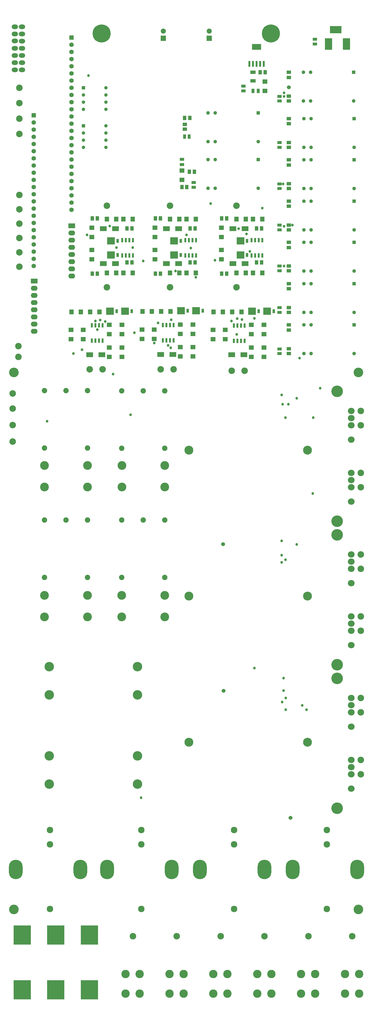
<source format=gts>
G04*
G04 #@! TF.GenerationSoftware,Altium Limited,Altium Designer,24.4.1 (13)*
G04*
G04 Layer_Color=8388736*
%FSLAX25Y25*%
%MOIN*%
G70*
G04*
G04 #@! TF.SameCoordinates,4EE5E999-D737-4110-A4F5-E65D847AD794*
G04*
G04*
G04 #@! TF.FilePolarity,Negative*
G04*
G01*
G75*
%ADD34R,0.10827X0.10394*%
%ADD35R,0.03394X0.05394*%
%ADD36R,0.04921X0.06102*%
%ADD37R,0.06894X0.06394*%
%ADD38R,0.06394X0.06894*%
%ADD39R,0.06102X0.05118*%
%ADD40R,0.09252X0.06890*%
%ADD41R,0.24213X0.27165*%
%ADD42R,0.06181X0.04213*%
%ADD43R,0.06102X0.04921*%
%ADD44R,0.05906X0.03937*%
%ADD45R,0.02953X0.06398*%
%ADD46R,0.05118X0.06102*%
%ADD47R,0.04213X0.06181*%
%ADD48R,0.02953X0.08268*%
%ADD49R,0.12992X0.08268*%
%ADD50R,0.07480X0.04921*%
%ADD51R,0.03937X0.05906*%
%ADD52C,0.09094*%
%ADD53C,0.13386*%
%ADD54O,0.08994X0.06394*%
%ADD55C,0.07480*%
%ADD56C,0.06299*%
%ADD57R,0.06299X0.06299*%
%ADD58C,0.13194*%
%ADD59R,0.07185X0.07185*%
%ADD60C,0.07185*%
%ADD61R,0.10394X0.16394*%
%ADD62R,0.16394X0.10394*%
%ADD63C,0.12205*%
%ADD64R,0.05118X0.05118*%
%ADD65C,0.05118*%
%ADD66C,0.11694*%
%ADD67O,0.09394X0.06894*%
%ADD68R,0.09394X0.06894*%
%ADD69O,0.19291X0.27165*%
%ADD70C,0.09055*%
%ADD71C,0.12394*%
%ADD72O,0.09394X0.08694*%
%ADD73C,0.16142*%
%ADD74C,0.25197*%
%ADD75R,0.04854X0.04854*%
%ADD76C,0.04854*%
%ADD77C,0.03794*%
%ADD78C,0.05394*%
D34*
X741362Y1361240D02*
D03*
X725173Y1459000D02*
D03*
X632673D02*
D03*
Y1439500D02*
D03*
X725173D02*
D03*
X762362Y1361240D02*
D03*
X544673Y1459000D02*
D03*
X543362Y1361240D02*
D03*
X642362Y1361740D02*
D03*
X564362Y1361240D02*
D03*
X663362Y1361740D02*
D03*
X544673Y1439500D02*
D03*
D35*
X750618Y1361240D02*
D03*
X734429Y1459000D02*
D03*
X641929D02*
D03*
Y1439500D02*
D03*
X734429D02*
D03*
X771618Y1361240D02*
D03*
X553929Y1459000D02*
D03*
X552618Y1361240D02*
D03*
X651618Y1361740D02*
D03*
X573618Y1361240D02*
D03*
X672618Y1361740D02*
D03*
X553929Y1439500D02*
D03*
D36*
X699000Y1413421D02*
D03*
X706087D02*
D03*
X699000Y1490499D02*
D03*
X706087D02*
D03*
X606500D02*
D03*
X613587D02*
D03*
X747516Y1476500D02*
D03*
X754603D02*
D03*
X574103D02*
D03*
X567016D02*
D03*
X518500Y1413421D02*
D03*
X525587D02*
D03*
X655016Y1476500D02*
D03*
X662103D02*
D03*
X606500Y1413421D02*
D03*
X613587D02*
D03*
X518500Y1490499D02*
D03*
X525587D02*
D03*
X747516Y1429000D02*
D03*
X754603D02*
D03*
X574103D02*
D03*
X567016D02*
D03*
X655016D02*
D03*
X662103D02*
D03*
X653957Y1555500D02*
D03*
X661043D02*
D03*
X647457Y1630500D02*
D03*
X654543D02*
D03*
X759760Y1694095D02*
D03*
X752673D02*
D03*
D37*
X606103Y1433500D02*
D03*
Y1446500D02*
D03*
X489000Y1335000D02*
D03*
Y1322000D02*
D03*
X758000Y1329000D02*
D03*
Y1342000D02*
D03*
X740400D02*
D03*
Y1329000D02*
D03*
X518103Y1433500D02*
D03*
Y1446500D02*
D03*
X606003Y1477500D02*
D03*
Y1464500D02*
D03*
X542400Y1342000D02*
D03*
Y1329000D02*
D03*
X560000Y1342000D02*
D03*
Y1329000D02*
D03*
X506000Y1322000D02*
D03*
Y1335000D02*
D03*
X542400Y1310500D02*
D03*
Y1297500D02*
D03*
X560000D02*
D03*
Y1310500D02*
D03*
X588000Y1322500D02*
D03*
Y1335500D02*
D03*
X641400Y1329500D02*
D03*
Y1342500D02*
D03*
X605000Y1335500D02*
D03*
Y1322500D02*
D03*
X704000Y1335000D02*
D03*
Y1322000D02*
D03*
X687000Y1335000D02*
D03*
Y1322000D02*
D03*
X740400Y1310500D02*
D03*
Y1297500D02*
D03*
X758000D02*
D03*
Y1310500D02*
D03*
X641400Y1298000D02*
D03*
Y1311000D02*
D03*
X659000Y1342500D02*
D03*
Y1329500D02*
D03*
Y1311000D02*
D03*
Y1298000D02*
D03*
X698603Y1433500D02*
D03*
Y1446500D02*
D03*
X698503Y1477500D02*
D03*
Y1464500D02*
D03*
X518003Y1477500D02*
D03*
Y1464500D02*
D03*
X759260Y1668095D02*
D03*
Y1681095D02*
D03*
X643500Y1544000D02*
D03*
Y1557000D02*
D03*
D38*
X755500Y1489500D02*
D03*
X742500D02*
D03*
X562000D02*
D03*
X575000D02*
D03*
X562000Y1414500D02*
D03*
X575000D02*
D03*
X639976D02*
D03*
X626976D02*
D03*
X755500D02*
D03*
X742500D02*
D03*
X732476D02*
D03*
X719476D02*
D03*
X551976Y1489500D02*
D03*
X538976D02*
D03*
X663000Y1414500D02*
D03*
X650000D02*
D03*
X551976D02*
D03*
X538976D02*
D03*
X639976Y1489500D02*
D03*
X626976D02*
D03*
X528500Y1360193D02*
D03*
X515500D02*
D03*
X489500D02*
D03*
X502500D02*
D03*
X614500Y1360693D02*
D03*
X627500D02*
D03*
X588500D02*
D03*
X601500D02*
D03*
X687500Y1360193D02*
D03*
X700500D02*
D03*
X726500D02*
D03*
X713500D02*
D03*
X732476Y1489500D02*
D03*
X719476D02*
D03*
X663000D02*
D03*
X650000D02*
D03*
D39*
X792500Y1481193D02*
D03*
Y1474500D02*
D03*
Y1538693D02*
D03*
Y1532000D02*
D03*
Y1366193D02*
D03*
Y1359500D02*
D03*
Y1424193D02*
D03*
Y1417500D02*
D03*
Y1308693D02*
D03*
Y1302000D02*
D03*
Y1589500D02*
D03*
Y1596193D02*
D03*
Y1660693D02*
D03*
Y1654000D02*
D03*
X647500Y1621346D02*
D03*
Y1614654D02*
D03*
D40*
X639000Y1427500D02*
D03*
X622071D02*
D03*
X731500D02*
D03*
X714571D02*
D03*
X622071Y1476000D02*
D03*
X639000D02*
D03*
X551000D02*
D03*
X534071D02*
D03*
X551000Y1427500D02*
D03*
X534071D02*
D03*
X731500Y1476000D02*
D03*
X714571D02*
D03*
X531965Y1300263D02*
D03*
X515035D02*
D03*
X713035Y1300500D02*
D03*
X729965D02*
D03*
X630965Y1300763D02*
D03*
X614035D02*
D03*
D41*
X467750Y491689D02*
D03*
Y415311D02*
D03*
X421000Y491689D02*
D03*
Y415311D02*
D03*
X514500Y491689D02*
D03*
Y415311D02*
D03*
D42*
X779500Y1302000D02*
D03*
Y1308535D02*
D03*
Y1589500D02*
D03*
Y1596035D02*
D03*
Y1532000D02*
D03*
Y1538535D02*
D03*
X829000Y1740035D02*
D03*
Y1733500D02*
D03*
X779500Y1359500D02*
D03*
Y1366035D02*
D03*
X660000Y1533732D02*
D03*
Y1540268D02*
D03*
X779500Y1417500D02*
D03*
Y1424035D02*
D03*
Y1474500D02*
D03*
Y1481035D02*
D03*
Y1654000D02*
D03*
Y1660535D02*
D03*
X729260Y1668095D02*
D03*
Y1674630D02*
D03*
D43*
X792500Y1399500D02*
D03*
Y1392413D02*
D03*
Y1572000D02*
D03*
Y1564913D02*
D03*
Y1457000D02*
D03*
Y1449913D02*
D03*
Y1342000D02*
D03*
Y1334913D02*
D03*
Y1694000D02*
D03*
Y1686913D02*
D03*
Y1507413D02*
D03*
Y1514500D02*
D03*
Y1622413D02*
D03*
Y1629500D02*
D03*
D44*
X643500Y1565260D02*
D03*
Y1572740D02*
D03*
D45*
X663256Y1460177D02*
D03*
X658256D02*
D03*
X653256D02*
D03*
X648256D02*
D03*
Y1438823D02*
D03*
X653256D02*
D03*
X658256D02*
D03*
X663256D02*
D03*
X755756D02*
D03*
X750756D02*
D03*
X745756D02*
D03*
X740756D02*
D03*
Y1460177D02*
D03*
X745756D02*
D03*
X750756D02*
D03*
X755756D02*
D03*
X575256D02*
D03*
X570256D02*
D03*
X565256D02*
D03*
X560256D02*
D03*
Y1438823D02*
D03*
X565256D02*
D03*
X570256D02*
D03*
X575256D02*
D03*
X533000Y1320000D02*
D03*
X528000D02*
D03*
X523000D02*
D03*
X518000D02*
D03*
Y1341354D02*
D03*
X523000D02*
D03*
X528000D02*
D03*
X533000D02*
D03*
X632000Y1341677D02*
D03*
X627000D02*
D03*
X622000D02*
D03*
X617000D02*
D03*
Y1320323D02*
D03*
X622000D02*
D03*
X627000D02*
D03*
X632000D02*
D03*
X731000Y1341177D02*
D03*
X726000D02*
D03*
X721000D02*
D03*
X716000D02*
D03*
Y1319823D02*
D03*
X721000D02*
D03*
X726000D02*
D03*
X731000D02*
D03*
D46*
X650346Y1534000D02*
D03*
X643654D02*
D03*
D47*
X653768Y1604500D02*
D03*
X647232D02*
D03*
D48*
X737760Y1705784D02*
D03*
X742760D02*
D03*
X747760D02*
D03*
X752760D02*
D03*
X757760D02*
D03*
D49*
X747760Y1729406D02*
D03*
D50*
X742760Y1682189D02*
D03*
Y1694000D02*
D03*
D51*
X742520Y1668095D02*
D03*
X750000D02*
D03*
D52*
X417000Y1423000D02*
D03*
Y1443000D02*
D03*
Y1463000D02*
D03*
Y1483000D02*
D03*
Y1503000D02*
D03*
Y1523000D02*
D03*
X415500Y1297500D02*
D03*
Y1312500D02*
D03*
X893000Y1022193D02*
D03*
Y1002193D02*
D03*
Y735657D02*
D03*
Y915657D02*
D03*
Y715657D02*
D03*
Y802193D02*
D03*
Y935657D02*
D03*
Y822193D02*
D03*
Y1135657D02*
D03*
Y1222193D02*
D03*
Y1202193D02*
D03*
Y1115657D02*
D03*
X417036Y1608000D02*
D03*
X626976Y1394500D02*
D03*
X417036Y1672500D02*
D03*
X880999Y490189D02*
D03*
X417036Y1651000D02*
D03*
Y1629500D02*
D03*
X614035Y1280000D02*
D03*
X713035Y1278000D02*
D03*
X515035Y1280000D02*
D03*
X626976Y1508000D02*
D03*
X538976Y1508000D02*
D03*
Y1394500D02*
D03*
X719476Y1508000D02*
D03*
Y1394500D02*
D03*
X632000Y1280000D02*
D03*
X533000D02*
D03*
X819836Y490189D02*
D03*
X758673D02*
D03*
X575184D02*
D03*
X697510D02*
D03*
X636347D02*
D03*
X730965Y1278000D02*
D03*
X407500Y1179500D02*
D03*
Y1202500D02*
D03*
Y1225500D02*
D03*
Y1246500D02*
D03*
D53*
X409449Y527559D02*
D03*
X889764D02*
D03*
X409449Y1275591D02*
D03*
X889764D02*
D03*
D54*
X410500Y1697500D02*
D03*
X420650Y1697450D02*
D03*
Y1727450D02*
D03*
Y1717450D02*
D03*
X410500Y1707500D02*
D03*
X420650Y1707450D02*
D03*
Y1757450D02*
D03*
X420800Y1747400D02*
D03*
X410500Y1727500D02*
D03*
X410700Y1737600D02*
D03*
Y1747500D02*
D03*
Y1757500D02*
D03*
X410500Y1717500D02*
D03*
X420650Y1737450D02*
D03*
D55*
X619669Y1170000D02*
D03*
Y1250000D02*
D03*
X589669D02*
D03*
X559669D02*
D03*
Y1170000D02*
D03*
X619669Y990000D02*
D03*
Y1070000D02*
D03*
X589669D02*
D03*
X559669D02*
D03*
Y990000D02*
D03*
X512000D02*
D03*
Y1070000D02*
D03*
X482000D02*
D03*
X452000D02*
D03*
Y990000D02*
D03*
X512000Y1170500D02*
D03*
Y1250500D02*
D03*
X482000D02*
D03*
X452000D02*
D03*
Y1170500D02*
D03*
D56*
X437000Y1424000D02*
D03*
Y1434000D02*
D03*
Y1444000D02*
D03*
Y1454000D02*
D03*
Y1464000D02*
D03*
Y1474000D02*
D03*
Y1484000D02*
D03*
Y1494000D02*
D03*
Y1504000D02*
D03*
Y1514000D02*
D03*
Y1524000D02*
D03*
Y1534000D02*
D03*
Y1544000D02*
D03*
Y1554000D02*
D03*
Y1564000D02*
D03*
Y1574000D02*
D03*
Y1584000D02*
D03*
Y1594000D02*
D03*
Y1604000D02*
D03*
Y1614000D02*
D03*
Y1624000D02*
D03*
X489500Y1732500D02*
D03*
Y1722500D02*
D03*
Y1712500D02*
D03*
Y1702500D02*
D03*
Y1692500D02*
D03*
Y1682500D02*
D03*
Y1672500D02*
D03*
Y1662500D02*
D03*
Y1652500D02*
D03*
Y1642500D02*
D03*
Y1632500D02*
D03*
Y1622500D02*
D03*
Y1612500D02*
D03*
Y1602500D02*
D03*
Y1592500D02*
D03*
Y1582500D02*
D03*
Y1572500D02*
D03*
Y1562500D02*
D03*
Y1552500D02*
D03*
Y1542500D02*
D03*
Y1532500D02*
D03*
Y1522500D02*
D03*
Y1512500D02*
D03*
Y1502500D02*
D03*
D57*
X437000Y1634000D02*
D03*
X489500Y1742500D02*
D03*
D58*
X458500Y741400D02*
D03*
Y702000D02*
D03*
Y865900D02*
D03*
Y826500D02*
D03*
X581500D02*
D03*
Y865900D02*
D03*
Y702000D02*
D03*
Y741400D02*
D03*
D59*
X681500Y1741500D02*
D03*
X617500D02*
D03*
D60*
X681500Y1751500D02*
D03*
X617500D02*
D03*
D61*
X848000Y1733500D02*
D03*
X873000D02*
D03*
D62*
X858000Y1753500D02*
D03*
D63*
X559500Y935000D02*
D03*
Y965000D02*
D03*
X452000Y935000D02*
D03*
Y965000D02*
D03*
X512000Y935000D02*
D03*
Y965000D02*
D03*
X619500Y935000D02*
D03*
Y965000D02*
D03*
X512000Y1146000D02*
D03*
Y1116000D02*
D03*
X619500Y1146000D02*
D03*
Y1116000D02*
D03*
X560000Y1146000D02*
D03*
Y1116000D02*
D03*
X452000Y1146000D02*
D03*
Y1116000D02*
D03*
D64*
X883000Y1694000D02*
D03*
X883500Y1629500D02*
D03*
Y1399500D02*
D03*
Y1514500D02*
D03*
Y1572000D02*
D03*
Y1342000D02*
D03*
X750000Y1637500D02*
D03*
X883500Y1457000D02*
D03*
X750000Y1572500D02*
D03*
D65*
X823000Y1694000D02*
D03*
X813000D02*
D03*
Y1654000D02*
D03*
X823000D02*
D03*
X883000D02*
D03*
X823500Y1629500D02*
D03*
X813500D02*
D03*
Y1589500D02*
D03*
X823500D02*
D03*
X883500D02*
D03*
X823500Y1399500D02*
D03*
X813500D02*
D03*
Y1359500D02*
D03*
X823500D02*
D03*
X883500D02*
D03*
X823500Y1514500D02*
D03*
X813500D02*
D03*
Y1474500D02*
D03*
X823500D02*
D03*
X883500D02*
D03*
X823500Y1572000D02*
D03*
X813500D02*
D03*
Y1532000D02*
D03*
X823500D02*
D03*
X883500D02*
D03*
X823500Y1342000D02*
D03*
X813500D02*
D03*
Y1302000D02*
D03*
X823500D02*
D03*
X883500D02*
D03*
X690000Y1637500D02*
D03*
X680000D02*
D03*
Y1597500D02*
D03*
X690000D02*
D03*
X750000D02*
D03*
X823500Y1457000D02*
D03*
X813500D02*
D03*
Y1417000D02*
D03*
X823500D02*
D03*
X883500D02*
D03*
X750000Y1532500D02*
D03*
X690000D02*
D03*
X680000D02*
D03*
Y1572500D02*
D03*
X690000D02*
D03*
D66*
X687326Y437500D02*
D03*
X707011D02*
D03*
X687326Y409941D02*
D03*
X707011D02*
D03*
X829337D02*
D03*
X809652D02*
D03*
X829337Y437500D02*
D03*
X809652D02*
D03*
X565000D02*
D03*
X584685D02*
D03*
X565000Y409941D02*
D03*
X584685D02*
D03*
X890500D02*
D03*
X870815D02*
D03*
X890500Y437500D02*
D03*
X870815D02*
D03*
X645848Y409941D02*
D03*
X626163D02*
D03*
X645848Y437500D02*
D03*
X626163D02*
D03*
X748489D02*
D03*
X768174D02*
D03*
X748489Y409941D02*
D03*
X768174D02*
D03*
D67*
X490000Y1410000D02*
D03*
Y1430000D02*
D03*
Y1450000D02*
D03*
Y1460000D02*
D03*
Y1470000D02*
D03*
Y1440000D02*
D03*
Y1420000D02*
D03*
X437500Y1343000D02*
D03*
Y1363000D02*
D03*
Y1393000D02*
D03*
Y1383000D02*
D03*
Y1373000D02*
D03*
Y1353000D02*
D03*
Y1333000D02*
D03*
D68*
X490000Y1480000D02*
D03*
X437500Y1403000D02*
D03*
D69*
X412000Y583000D02*
D03*
X502000D02*
D03*
X668673D02*
D03*
X758673D02*
D03*
X539346D02*
D03*
X629346D02*
D03*
X888000D02*
D03*
X798000D02*
D03*
D70*
X459480Y528000D02*
D03*
Y638000D02*
D03*
Y618000D02*
D03*
X716154Y528000D02*
D03*
Y638000D02*
D03*
Y618000D02*
D03*
X586827Y528000D02*
D03*
Y638000D02*
D03*
Y618000D02*
D03*
X845480D02*
D03*
Y638000D02*
D03*
Y528000D02*
D03*
D71*
X818500Y760500D02*
D03*
X653146D02*
D03*
Y1167500D02*
D03*
X818500D02*
D03*
X653146Y964000D02*
D03*
X818500D02*
D03*
D72*
X879748Y1115657D02*
D03*
Y1095657D02*
D03*
Y1135657D02*
D03*
Y1125657D02*
D03*
Y1202193D02*
D03*
Y1182193D02*
D03*
Y1222193D02*
D03*
Y1212193D02*
D03*
Y915657D02*
D03*
Y895657D02*
D03*
Y935657D02*
D03*
Y925657D02*
D03*
Y1002193D02*
D03*
Y982193D02*
D03*
Y1022193D02*
D03*
Y1012193D02*
D03*
Y812193D02*
D03*
Y822193D02*
D03*
Y782193D02*
D03*
Y802193D02*
D03*
Y725657D02*
D03*
Y735657D02*
D03*
Y695657D02*
D03*
Y715657D02*
D03*
D73*
X860000Y1249350D02*
D03*
Y1068500D02*
D03*
Y1049350D02*
D03*
Y868500D02*
D03*
Y668500D02*
D03*
Y849350D02*
D03*
D74*
X767717Y1748031D02*
D03*
X531496D02*
D03*
D75*
X506374Y1619500D02*
D03*
Y1672500D02*
D03*
D76*
Y1609500D02*
D03*
Y1599500D02*
D03*
Y1589500D02*
D03*
X537626D02*
D03*
Y1599500D02*
D03*
Y1609500D02*
D03*
Y1619500D02*
D03*
X506374Y1662500D02*
D03*
Y1652500D02*
D03*
Y1642500D02*
D03*
X537626D02*
D03*
Y1652500D02*
D03*
Y1662500D02*
D03*
Y1672500D02*
D03*
D77*
X786000Y1665500D02*
D03*
Y1660500D02*
D03*
Y1424000D02*
D03*
X689500Y1432000D02*
D03*
X786000Y1479500D02*
D03*
X784000Y1231500D02*
D03*
X792000D02*
D03*
X513400Y1689300D02*
D03*
X797600Y1481193D02*
D03*
X785300Y832500D02*
D03*
Y849900D02*
D03*
X575100Y1449600D02*
D03*
X655956Y1449000D02*
D03*
X720800Y1350600D02*
D03*
X733600Y1468700D02*
D03*
X511300Y1467300D02*
D03*
X650000D02*
D03*
X525500Y1335500D02*
D03*
X782600Y1021000D02*
D03*
X783200Y816400D02*
D03*
X807800Y1295600D02*
D03*
X826000Y1107100D02*
D03*
X784600Y1538535D02*
D03*
X624400Y1313400D02*
D03*
X634800Y1417100D02*
D03*
X738300Y1444300D02*
D03*
X727200Y1349500D02*
D03*
X722500Y1476000D02*
D03*
X683700Y1511200D02*
D03*
X586800Y683000D02*
D03*
X572000Y1216800D02*
D03*
X577300Y1331000D02*
D03*
X744700Y863700D02*
D03*
X755500Y1504600D02*
D03*
X536700Y1346700D02*
D03*
X744700Y1351000D02*
D03*
X542900Y1479900D02*
D03*
X523000Y1347300D02*
D03*
X504300Y1307563D02*
D03*
X720100Y1328700D02*
D03*
X628100Y1310200D02*
D03*
X547800Y1273500D02*
D03*
X589600Y1431000D02*
D03*
X455700Y1207800D02*
D03*
X817200Y805800D02*
D03*
X610400Y1344600D02*
D03*
X712800Y1347400D02*
D03*
X605000Y1316800D02*
D03*
X663000Y1408300D02*
D03*
X628800Y1349200D02*
D03*
X826700Y1212800D02*
D03*
X529800Y1348900D02*
D03*
X552400Y1449600D02*
D03*
X803500Y1036100D02*
D03*
X782600Y1041000D02*
D03*
X803500Y1239600D02*
D03*
X782600Y1244500D02*
D03*
X788000Y1212900D02*
D03*
X492300Y1302000D02*
D03*
X788300Y805900D02*
D03*
Y822100D02*
D03*
X787957Y1014900D02*
D03*
X782600Y1011000D02*
D03*
X836344Y1253756D02*
D03*
X817155Y805756D02*
D03*
X811311Y811600D02*
D03*
D78*
X701000Y1036500D02*
D03*
X701500Y832125D02*
D03*
X795000Y655000D02*
D03*
X792500Y1673000D02*
D03*
M02*

</source>
